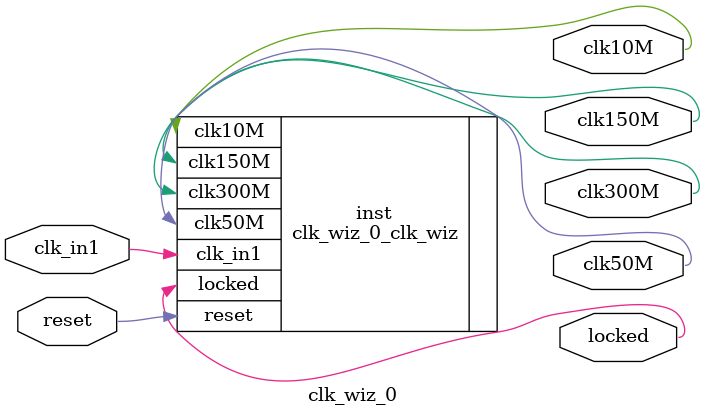
<source format=v>


`timescale 1ps/1ps

(* CORE_GENERATION_INFO = "clk_wiz_0,clk_wiz_v6_0_12_0_0,{component_name=clk_wiz_0,use_phase_alignment=true,use_min_o_jitter=false,use_max_i_jitter=false,use_dyn_phase_shift=false,use_inclk_switchover=false,use_dyn_reconfig=false,enable_axi=0,feedback_source=FDBK_AUTO,PRIMITIVE=MMCM,num_out_clk=4,clkin1_period=10.000,clkin2_period=10.000,use_power_down=false,use_reset=true,use_locked=true,use_inclk_stopped=false,feedback_type=SINGLE,CLOCK_MGR_TYPE=NA,manual_override=false}" *)

module clk_wiz_0 
 (
  // Clock out ports
  output        clk50M,
  output        clk300M,
  output        clk150M,
  output        clk10M,
  // Status and control signals
  input         reset,
  output        locked,
 // Clock in ports
  input         clk_in1
 );

  clk_wiz_0_clk_wiz inst
  (
  // Clock out ports  
  .clk50M(clk50M),
  .clk300M(clk300M),
  .clk150M(clk150M),
  .clk10M(clk10M),
  // Status and control signals               
  .reset(reset), 
  .locked(locked),
 // Clock in ports
  .clk_in1(clk_in1)
  );

endmodule

</source>
